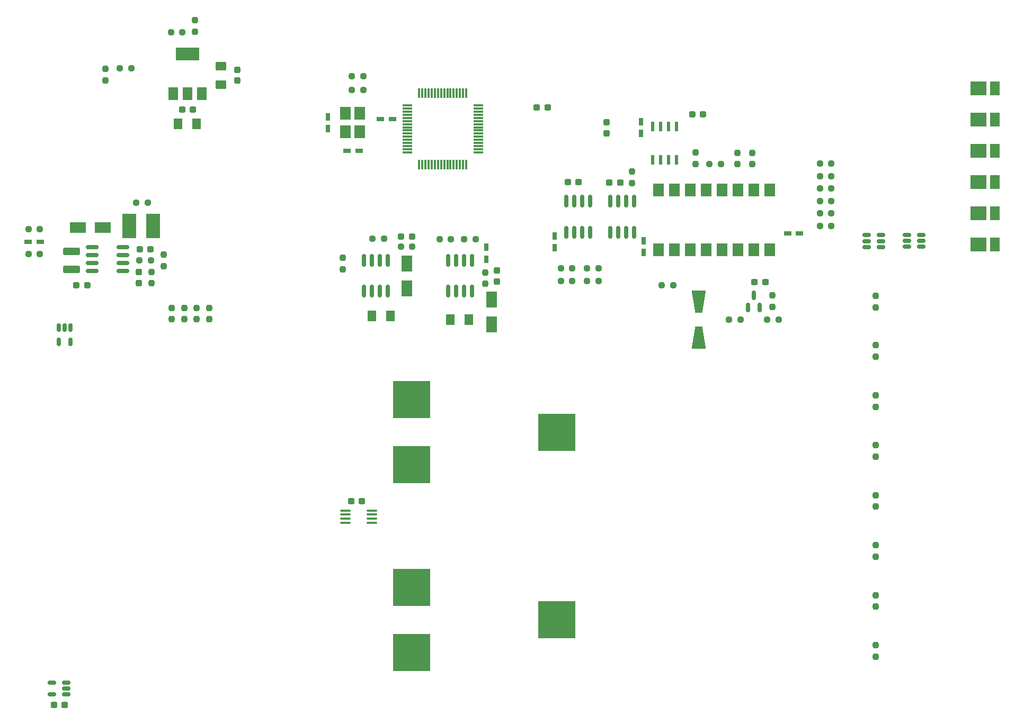
<source format=gbr>
G04 #@! TF.GenerationSoftware,KiCad,Pcbnew,7.99.0-unknown*
G04 #@! TF.CreationDate,2023-09-24T19:38:19+02:00*
G04 #@! TF.ProjectId,driver,64726976-6572-42e6-9b69-6361645f7063,rev?*
G04 #@! TF.SameCoordinates,Original*
G04 #@! TF.FileFunction,Paste,Top*
G04 #@! TF.FilePolarity,Positive*
%FSLAX46Y46*%
G04 Gerber Fmt 4.6, Leading zero omitted, Abs format (unit mm)*
G04 Created by KiCad (PCBNEW 7.99.0-unknown) date 2023-09-24 19:38:19*
%MOMM*%
%LPD*%
G01*
G04 APERTURE LIST*
G04 Aperture macros list*
%AMRoundRect*
0 Rectangle with rounded corners*
0 $1 Rounding radius*
0 $2 $3 $4 $5 $6 $7 $8 $9 X,Y pos of 4 corners*
0 Add a 4 corners polygon primitive as box body*
4,1,4,$2,$3,$4,$5,$6,$7,$8,$9,$2,$3,0*
0 Add four circle primitives for the rounded corners*
1,1,$1+$1,$2,$3*
1,1,$1+$1,$4,$5*
1,1,$1+$1,$6,$7*
1,1,$1+$1,$8,$9*
0 Add four rect primitives between the rounded corners*
20,1,$1+$1,$2,$3,$4,$5,0*
20,1,$1+$1,$4,$5,$6,$7,0*
20,1,$1+$1,$6,$7,$8,$9,0*
20,1,$1+$1,$8,$9,$2,$3,0*%
%AMOutline4P*
0 Free polygon, 4 corners , with rotation*
0 The origin of the aperture is its center*
0 number of corners: always 4*
0 $1 to $8 corner X, Y*
0 $9 Rotation angle, in degrees counterclockwise*
0 create outline with 4 corners*
4,1,4,$1,$2,$3,$4,$5,$6,$7,$8,$1,$2,$9*%
G04 Aperture macros list end*
%ADD10RoundRect,0.237500X0.250000X0.237500X-0.250000X0.237500X-0.250000X-0.237500X0.250000X-0.237500X0*%
%ADD11RoundRect,0.237500X-0.237500X0.250000X-0.237500X-0.250000X0.237500X-0.250000X0.237500X0.250000X0*%
%ADD12RoundRect,0.237500X-0.250000X-0.237500X0.250000X-0.237500X0.250000X0.237500X-0.250000X0.237500X0*%
%ADD13R,0.750000X1.200000*%
%ADD14R,1.200000X0.750000*%
%ADD15RoundRect,0.237500X0.237500X-0.250000X0.237500X0.250000X-0.237500X0.250000X-0.237500X-0.250000X0*%
%ADD16R,1.800000X2.100000*%
%ADD17RoundRect,0.237500X0.287500X0.237500X-0.287500X0.237500X-0.287500X-0.237500X0.287500X-0.237500X0*%
%ADD18R,0.600000X1.550000*%
%ADD19RoundRect,0.250001X0.462499X0.624999X-0.462499X0.624999X-0.462499X-0.624999X0.462499X-0.624999X0*%
%ADD20RoundRect,0.237500X-0.287500X-0.237500X0.287500X-0.237500X0.287500X0.237500X-0.287500X0.237500X0*%
%ADD21RoundRect,0.237500X-0.237500X0.287500X-0.237500X-0.287500X0.237500X-0.287500X0.237500X0.287500X0*%
%ADD22RoundRect,0.250001X0.624999X-0.462499X0.624999X0.462499X-0.624999X0.462499X-0.624999X-0.462499X0*%
%ADD23R,1.800000X2.500000*%
%ADD24R,2.500000X1.800000*%
%ADD25R,2.200000X3.900000*%
%ADD26RoundRect,0.250000X-1.075000X0.375000X-1.075000X-0.375000X1.075000X-0.375000X1.075000X0.375000X0*%
%ADD27RoundRect,0.150000X-0.825000X-0.150000X0.825000X-0.150000X0.825000X0.150000X-0.825000X0.150000X0*%
%ADD28RoundRect,0.150000X-0.150000X0.825000X-0.150000X-0.825000X0.150000X-0.825000X0.150000X0.825000X0*%
%ADD29R,1.500000X2.000000*%
%ADD30R,3.800000X2.000000*%
%ADD31RoundRect,0.237500X0.300000X0.237500X-0.300000X0.237500X-0.300000X-0.237500X0.300000X-0.237500X0*%
%ADD32RoundRect,0.237500X0.237500X-0.300000X0.237500X0.300000X-0.237500X0.300000X-0.237500X-0.300000X0*%
%ADD33R,6.000000X6.000000*%
%ADD34R,2.500000X2.200000*%
%ADD35R,1.550000X2.200000*%
%ADD36RoundRect,0.100000X-0.712500X-0.100000X0.712500X-0.100000X0.712500X0.100000X-0.712500X0.100000X0*%
%ADD37RoundRect,0.150000X0.150000X-0.825000X0.150000X0.825000X-0.150000X0.825000X-0.150000X-0.825000X0*%
%ADD38RoundRect,0.150000X0.512500X0.150000X-0.512500X0.150000X-0.512500X-0.150000X0.512500X-0.150000X0*%
%ADD39R,1.780000X2.000000*%
%ADD40RoundRect,0.237500X-0.300000X-0.237500X0.300000X-0.237500X0.300000X0.237500X-0.300000X0.237500X0*%
%ADD41RoundRect,0.075000X-0.700000X-0.075000X0.700000X-0.075000X0.700000X0.075000X-0.700000X0.075000X0*%
%ADD42RoundRect,0.075000X-0.075000X-0.700000X0.075000X-0.700000X0.075000X0.700000X-0.075000X0.700000X0*%
%ADD43RoundRect,0.237500X-0.237500X0.300000X-0.237500X-0.300000X0.237500X-0.300000X0.237500X0.300000X0*%
%ADD44Outline4P,-1.800000X-1.150000X1.800000X-0.550000X1.800000X0.550000X-1.800000X1.150000X270.000000*%
%ADD45Outline4P,-1.800000X-1.150000X1.800000X-0.550000X1.800000X0.550000X-1.800000X1.150000X90.000000*%
%ADD46RoundRect,0.150000X-0.150000X0.512500X-0.150000X-0.512500X0.150000X-0.512500X0.150000X0.512500X0*%
%ADD47RoundRect,0.150000X-0.512500X-0.150000X0.512500X-0.150000X0.512500X0.150000X-0.512500X0.150000X0*%
%ADD48RoundRect,0.150000X0.150000X-0.587500X0.150000X0.587500X-0.150000X0.587500X-0.150000X-0.587500X0*%
G04 APERTURE END LIST*
D10*
X93412500Y-42100000D03*
X91587500Y-42100000D03*
D11*
X95400000Y-40187500D03*
X95400000Y-42012500D03*
X81100000Y-47987500D03*
X81100000Y-49812500D03*
D10*
X85212500Y-47900000D03*
X83387500Y-47900000D03*
D12*
X120487500Y-49100000D03*
X122312500Y-49100000D03*
X195287500Y-71100000D03*
X197112500Y-71100000D03*
D13*
X167100000Y-77350000D03*
X167100000Y-75450000D03*
D14*
X121650000Y-61050000D03*
X119750000Y-61050000D03*
D13*
X116700000Y-57550000D03*
X116700000Y-55650000D03*
X141950000Y-78400000D03*
X141950000Y-76500000D03*
X152900000Y-76600000D03*
X152900000Y-74700000D03*
D15*
X165300000Y-66212500D03*
X165300000Y-64387500D03*
D12*
X120487500Y-51300000D03*
X122312500Y-51300000D03*
D16*
X119450000Y-55100000D03*
X119450000Y-58000000D03*
X121750000Y-58000000D03*
X121750000Y-55100000D03*
D14*
X68750000Y-75600000D03*
X70650000Y-75600000D03*
D12*
X195287500Y-65100000D03*
X197112500Y-65100000D03*
D10*
X136337500Y-75250000D03*
X134512500Y-75250000D03*
D17*
X176625000Y-55250000D03*
X174875000Y-55250000D03*
D18*
X168545000Y-62550000D03*
X169815000Y-62550000D03*
X171085000Y-62550000D03*
X172355000Y-62550000D03*
X172355000Y-57150000D03*
X171085000Y-57150000D03*
X169815000Y-57150000D03*
X168545000Y-57150000D03*
D13*
X166700000Y-58300000D03*
X166700000Y-56400000D03*
D19*
X126687500Y-87500000D03*
X123712500Y-87500000D03*
D12*
X195287500Y-67100000D03*
X197112500Y-67100000D03*
X195287500Y-73100000D03*
X197112500Y-73100000D03*
D14*
X126950000Y-56000000D03*
X125050000Y-56000000D03*
D10*
X70612500Y-73600000D03*
X68787500Y-73600000D03*
D14*
X190150000Y-74300000D03*
X192050000Y-74300000D03*
D20*
X76475000Y-82550000D03*
X78225000Y-82550000D03*
D17*
X88325000Y-76850000D03*
X86575000Y-76850000D03*
D21*
X86450000Y-80475000D03*
X86450000Y-82225000D03*
D19*
X139175000Y-88100000D03*
X136200000Y-88100000D03*
X95687500Y-56750000D03*
X92712500Y-56750000D03*
D22*
X99600000Y-50487500D03*
X99600000Y-47512500D03*
D23*
X129300000Y-83100000D03*
X129300000Y-79100000D03*
D24*
X80700000Y-73350000D03*
X76700000Y-73350000D03*
D23*
X142800000Y-88850000D03*
X142800000Y-84850000D03*
D25*
X88750000Y-73100000D03*
X84950000Y-73100000D03*
D26*
X75700000Y-77200000D03*
X75700000Y-80000000D03*
D10*
X130162500Y-76400000D03*
X128337500Y-76400000D03*
X88362500Y-78600000D03*
X86537500Y-78600000D03*
X87862500Y-69350000D03*
X86037500Y-69350000D03*
D11*
X90450000Y-77687500D03*
X90450000Y-79512500D03*
X88450000Y-80437500D03*
X88450000Y-82262500D03*
D12*
X138437500Y-75250000D03*
X140262500Y-75250000D03*
D27*
X78975000Y-76445000D03*
X78975000Y-77715000D03*
X78975000Y-78985000D03*
X78975000Y-80255000D03*
X83925000Y-80255000D03*
X83925000Y-78985000D03*
X83925000Y-77715000D03*
X83925000Y-76445000D03*
D28*
X139655000Y-78575000D03*
X138385000Y-78575000D03*
X137115000Y-78575000D03*
X135845000Y-78575000D03*
X135845000Y-83525000D03*
X137115000Y-83525000D03*
X138385000Y-83525000D03*
X139655000Y-83525000D03*
D29*
X91900000Y-51900000D03*
X94200000Y-51900000D03*
X96500000Y-51900000D03*
D30*
X94200000Y-45600000D03*
D31*
X95062500Y-54500000D03*
X93337500Y-54500000D03*
D32*
X102150000Y-49812500D03*
X102150000Y-48087500D03*
D15*
X141850000Y-82362500D03*
X141850000Y-80537500D03*
D28*
X126205000Y-78575000D03*
X124935000Y-78575000D03*
X123665000Y-78575000D03*
X122395000Y-78575000D03*
X122395000Y-83525000D03*
X123665000Y-83525000D03*
X124935000Y-83525000D03*
X126205000Y-83525000D03*
D20*
X128375000Y-74800000D03*
X130125000Y-74800000D03*
D10*
X70612500Y-77600000D03*
X68787500Y-77600000D03*
D15*
X204200000Y-142012500D03*
X204200000Y-140187500D03*
D12*
X180787500Y-88100000D03*
X182612500Y-88100000D03*
D15*
X93700000Y-88012500D03*
X93700000Y-86187500D03*
D11*
X204200000Y-116187500D03*
X204200000Y-118012500D03*
X204200000Y-108187500D03*
X204200000Y-110012500D03*
D10*
X171862500Y-82600000D03*
X170037500Y-82600000D03*
D33*
X130050000Y-130885000D03*
X130050000Y-141315000D03*
X153200000Y-136100000D03*
D34*
X220650000Y-51100000D03*
D35*
X223225000Y-51100000D03*
D12*
X177637500Y-63200000D03*
X179462500Y-63200000D03*
D36*
X119487500Y-118625000D03*
X119487500Y-119275000D03*
X119487500Y-119925000D03*
X119487500Y-120575000D03*
X123712500Y-120575000D03*
X123712500Y-119925000D03*
X123712500Y-119275000D03*
X123712500Y-118625000D03*
D12*
X195287500Y-63100000D03*
X197112500Y-63100000D03*
D37*
X161795000Y-74075000D03*
X163065000Y-74075000D03*
X164335000Y-74075000D03*
X165605000Y-74075000D03*
X165605000Y-69125000D03*
X164335000Y-69125000D03*
X163065000Y-69125000D03*
X161795000Y-69125000D03*
D32*
X161200000Y-58262500D03*
X161200000Y-56537500D03*
D15*
X204200000Y-134012500D03*
X204200000Y-132187500D03*
D38*
X211500000Y-76425000D03*
X211500000Y-75475000D03*
X211500000Y-74525000D03*
X209225000Y-74525000D03*
X209225000Y-75475000D03*
X209225000Y-76425000D03*
D15*
X97700000Y-88012500D03*
X97700000Y-86187500D03*
D39*
X169470000Y-76879491D03*
X172010000Y-76879491D03*
X174550000Y-76879491D03*
X177090000Y-76879491D03*
X179630000Y-76879491D03*
X182170000Y-76879491D03*
X184710000Y-76879491D03*
X187250000Y-76879491D03*
X187250000Y-67349491D03*
X184710000Y-67349491D03*
X182170000Y-67349491D03*
X179630000Y-67349491D03*
X177090000Y-67349491D03*
X174550000Y-67349491D03*
X172010000Y-67349491D03*
X169470000Y-67349491D03*
D15*
X91700000Y-88012500D03*
X91700000Y-86187500D03*
D34*
X220650000Y-66100000D03*
D35*
X223225000Y-66100000D03*
D40*
X154987500Y-66110000D03*
X156712500Y-66110000D03*
D41*
X129330509Y-53810000D03*
X129330509Y-54310000D03*
X129330509Y-54810000D03*
X129330509Y-55310000D03*
X129330509Y-55810000D03*
X129330509Y-56310000D03*
X129330509Y-56810000D03*
X129330509Y-57310000D03*
X129330509Y-57810000D03*
X129330509Y-58310000D03*
X129330509Y-58810000D03*
X129330509Y-59310000D03*
X129330509Y-59810000D03*
X129330509Y-60310000D03*
X129330509Y-60810000D03*
X129330509Y-61310000D03*
D42*
X131255509Y-63235000D03*
X131755509Y-63235000D03*
X132255509Y-63235000D03*
X132755509Y-63235000D03*
X133255509Y-63235000D03*
X133755509Y-63235000D03*
X134255509Y-63235000D03*
X134755509Y-63235000D03*
X135255509Y-63235000D03*
X135755509Y-63235000D03*
X136255509Y-63235000D03*
X136755509Y-63235000D03*
X137255509Y-63235000D03*
X137755509Y-63235000D03*
X138255509Y-63235000D03*
X138755509Y-63235000D03*
D41*
X140680509Y-61310000D03*
X140680509Y-60810000D03*
X140680509Y-60310000D03*
X140680509Y-59810000D03*
X140680509Y-59310000D03*
X140680509Y-58810000D03*
X140680509Y-58310000D03*
X140680509Y-57810000D03*
X140680509Y-57310000D03*
X140680509Y-56810000D03*
X140680509Y-56310000D03*
X140680509Y-55810000D03*
X140680509Y-55310000D03*
X140680509Y-54810000D03*
X140680509Y-54310000D03*
X140680509Y-53810000D03*
D42*
X138755509Y-51885000D03*
X138255509Y-51885000D03*
X137755509Y-51885000D03*
X137255509Y-51885000D03*
X136755509Y-51885000D03*
X136255509Y-51885000D03*
X135755509Y-51885000D03*
X135255509Y-51885000D03*
X134755509Y-51885000D03*
X134255509Y-51885000D03*
X133755509Y-51885000D03*
X133255509Y-51885000D03*
X132755509Y-51885000D03*
X132255509Y-51885000D03*
X131755509Y-51885000D03*
X131255509Y-51885000D03*
D40*
X161637500Y-66120000D03*
X163362500Y-66120000D03*
D12*
X186875000Y-88100000D03*
X188700000Y-88100000D03*
D11*
X95700000Y-86187500D03*
X95700000Y-88012500D03*
D10*
X159912500Y-79900000D03*
X158087500Y-79900000D03*
X155712500Y-79850000D03*
X153887500Y-79850000D03*
D11*
X204200000Y-100187500D03*
X204200000Y-102012500D03*
D31*
X122100000Y-117100000D03*
X120375000Y-117100000D03*
D34*
X220650000Y-76100000D03*
D35*
X223225000Y-76100000D03*
D43*
X143700000Y-80237500D03*
X143700000Y-81962500D03*
D44*
X175950000Y-85200000D03*
D45*
X175950000Y-91000000D03*
D11*
X119010000Y-78187500D03*
X119010000Y-80012500D03*
D33*
X130050000Y-100885000D03*
X130050000Y-111315000D03*
X153200000Y-106100000D03*
D46*
X75550000Y-89362500D03*
X74600000Y-89362500D03*
X73650000Y-89362500D03*
X73650000Y-91637500D03*
X75550000Y-91637500D03*
D12*
X195287500Y-69100000D03*
X197112500Y-69100000D03*
D31*
X186562500Y-82100000D03*
X184837500Y-82100000D03*
D38*
X74837500Y-148050000D03*
X74837500Y-147100000D03*
X74837500Y-146150000D03*
X72562500Y-146150000D03*
X72562500Y-148050000D03*
D34*
X220650000Y-71100000D03*
D35*
X223225000Y-71100000D03*
D47*
X202762500Y-74575000D03*
X202762500Y-75525000D03*
X202762500Y-76475000D03*
X205037500Y-76475000D03*
X205037500Y-75525000D03*
X205037500Y-74575000D03*
D10*
X155712500Y-81900000D03*
X153887500Y-81900000D03*
D34*
X220650000Y-56100000D03*
D35*
X223225000Y-56100000D03*
D34*
X220650000Y-61100000D03*
D35*
X223225000Y-61100000D03*
D15*
X187700000Y-86012500D03*
X187700000Y-84187500D03*
D31*
X151762500Y-54090000D03*
X150037500Y-54090000D03*
D15*
X204200000Y-86112500D03*
X204200000Y-84287500D03*
D11*
X175400000Y-61337500D03*
X175400000Y-63162500D03*
D12*
X123787500Y-75100000D03*
X125612500Y-75100000D03*
D15*
X204200000Y-94012500D03*
X204200000Y-92187500D03*
D11*
X182150000Y-61387500D03*
X182150000Y-63212500D03*
D48*
X183800000Y-86100000D03*
X185700000Y-86100000D03*
X184750000Y-84225000D03*
D40*
X72875000Y-149700000D03*
X74600000Y-149700000D03*
D37*
X154795000Y-74075000D03*
X156065000Y-74075000D03*
X157335000Y-74075000D03*
X158605000Y-74075000D03*
X158605000Y-69125000D03*
X157335000Y-69125000D03*
X156065000Y-69125000D03*
X154795000Y-69125000D03*
D11*
X204200000Y-124187500D03*
X204200000Y-126012500D03*
D10*
X159912500Y-81900000D03*
X158087500Y-81900000D03*
D11*
X184450000Y-61387500D03*
X184450000Y-63212500D03*
M02*

</source>
